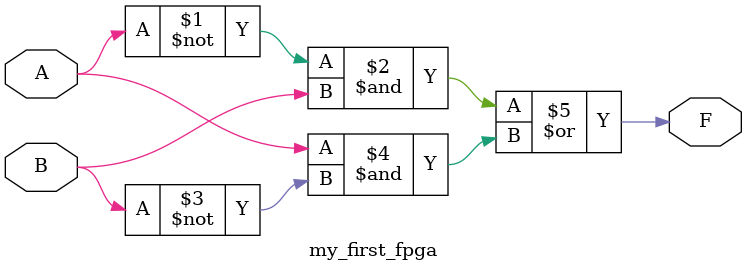
<source format=v>
module my_first_fpga(
	input A,
	input B,
	output F
	);
	
	assign F = ~A&B | A&~B;

endmodule	
</source>
